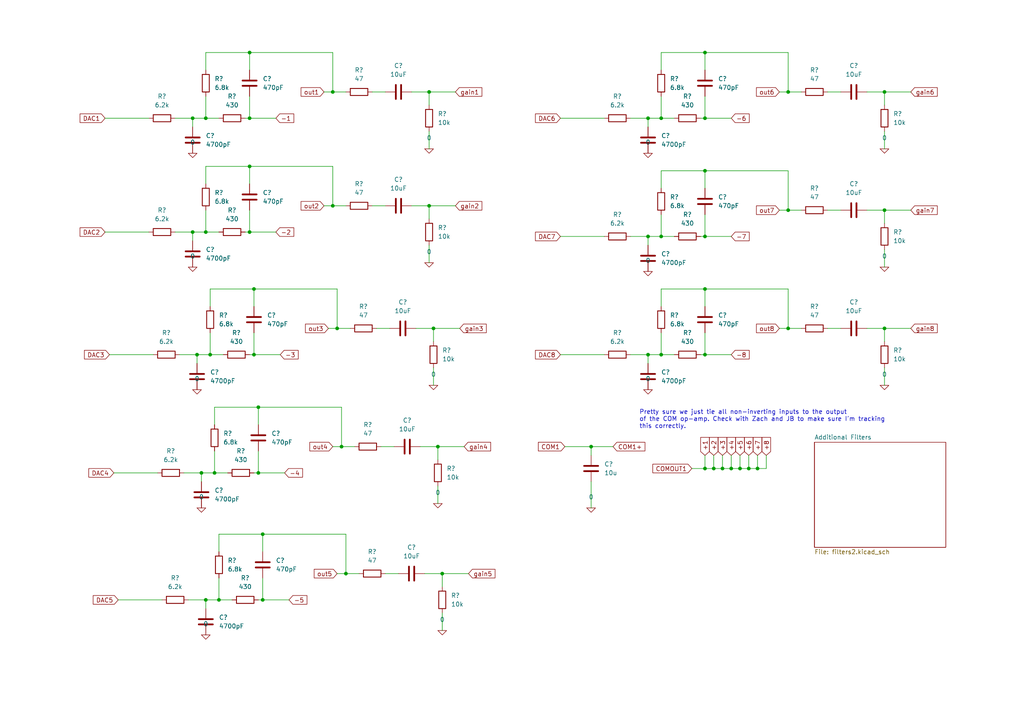
<source format=kicad_sch>
(kicad_sch (version 20211123) (generator eeschema)
  (paper "A4")
  (lib_symbols
    (symbol "Device:C" (pin_numbers hide) (pin_names (offset 0.254))
      (property "Reference" "C" (at 0.635 2.54 0))
      (property "Value" "C" (at 0.635 -2.54 0))
      (symbol "C_0_1"
        (polyline (pts (xy -2.032 -0.762) (xy 2.032 -0.762)) (stroke (width 0.508)))
        (polyline (pts (xy -2.032 0.762) (xy 2.032 0.762)) (stroke (width 0.508)))
      )
      (symbol "C_1_1"
        (pin passive line (at 0 3.81 270) (length 2.794) (name "~") (number "1"))
        (pin passive line (at 0 -3.81 90) (length 2.794) (name "~") (number "2"))
      )
    )
    (symbol "Device:R" (pin_numbers hide) (pin_names (offset 0))
      (property "Reference" "R" (at 2.032 0 90))
      (property "Value" "R" (at 0 0 90))
      (symbol "R_0_1"
        (rectangle (start -1.016 -2.54) (end 1.016 2.54) (stroke (width 0.254)))
      )
      (symbol "R_1_1"
        (pin passive line (at 0 3.81 270) (length 1.27) (name "~") (number "1"))
        (pin passive line (at 0 -3.81 90) (length 1.27) (name "~") (number "2"))
      )
    )
    (symbol "pspice:0" (power) (pin_names (offset 0))
      (property "Value" "0" (at 0 -1.778 0))
      (symbol "0_0_1"
        (polyline (pts (xy -1.27 0) (xy 0 -1.27) (xy 1.27 0) (xy -1.27 0)))
      )
      (symbol "0_1_1"
        (pin power_in line (at 0 0 0) (length 0) hide (name "0") (number "1"))
      )
    )
  )
  (junction (at 59.69 173.99))
  (junction (at 204.47 102.87))
  (junction (at 228.6 60.96))
  (junction (at 256.54 60.96))
  (junction (at 58.42 137.16))
  (junction (at 204.47 135.89))
  (junction (at 72.39 67.31))
  (junction (at 191.77 34.29))
  (junction (at 55.88 67.31))
  (junction (at 171.45 129.54))
  (junction (at 73.66 83.82))
  (junction (at 204.47 83.82))
  (junction (at 76.2 173.99))
  (junction (at 96.52 26.67))
  (junction (at 228.6 95.25))
  (junction (at 73.66 102.87))
  (junction (at 74.93 118.11))
  (junction (at 207.01 135.89))
  (junction (at 187.96 68.58))
  (junction (at 214.63 135.89))
  (junction (at 57.15 102.87))
  (junction (at 127 129.54))
  (junction (at 204.47 49.53))
  (junction (at 187.96 102.87))
  (junction (at 204.47 15.24))
  (junction (at 124.46 26.67))
  (junction (at 256.54 26.67))
  (junction (at 128.27 166.37))
  (junction (at 59.69 34.29))
  (junction (at 256.54 95.25))
  (junction (at 204.47 34.29))
  (junction (at 191.77 102.87))
  (junction (at 59.69 67.31))
  (junction (at 96.52 59.69))
  (junction (at 72.39 34.29))
  (junction (at 204.47 68.58))
  (junction (at 72.39 48.26))
  (junction (at 74.93 137.16))
  (junction (at 191.77 68.58))
  (junction (at 124.46 59.69))
  (junction (at 63.5 173.99))
  (junction (at 62.23 137.16))
  (junction (at 125.73 95.25))
  (junction (at 212.09 135.89))
  (junction (at 60.96 102.87))
  (junction (at 219.71 135.89))
  (junction (at 217.17 135.89))
  (junction (at 228.6 26.67))
  (junction (at 76.2 154.94))
  (junction (at 100.33 166.37))
  (junction (at 209.55 135.89))
  (junction (at 187.96 34.29))
  (junction (at 97.79 95.25))
  (junction (at 72.39 15.24))
  (junction (at 55.88 34.29))
  (junction (at 99.06 129.54))
  (wire (pts (xy 97.79 95.25) (xy 97.79 83.82)))
  (wire (pts (xy 55.88 67.31) (xy 55.88 69.85)))
  (wire (pts (xy 99.06 129.54) (xy 102.87 129.54)))
  (wire (pts (xy 204.47 135.89) (xy 207.01 135.89)))
  (wire (pts (xy 62.23 130.81) (xy 62.23 137.16)))
  (wire (pts (xy 228.6 26.67) (xy 232.41 26.67)))
  (wire (pts (xy 63.5 160.02) (xy 63.5 154.94)))
  (wire (pts (xy 73.66 96.52) (xy 73.66 102.87)))
  (wire (pts (xy 72.39 60.96) (xy 72.39 67.31)))
  (wire (pts (xy 191.77 96.52) (xy 191.77 102.87)))
  (wire (pts (xy 204.47 68.58) (xy 212.09 68.58)))
  (wire (pts (xy 60.96 83.82) (xy 73.66 83.82)))
  (wire (pts (xy 59.69 60.96) (xy 59.69 67.31)))
  (wire (pts (xy 59.69 173.99) (xy 59.69 176.53)))
  (wire (pts (xy 125.73 95.25) (xy 133.35 95.25)))
  (wire (pts (xy 71.12 67.31) (xy 72.39 67.31)))
  (wire (pts (xy 100.33 166.37) (xy 104.14 166.37)))
  (wire (pts (xy 73.66 83.82) (xy 73.66 88.9)))
  (wire (pts (xy 187.96 102.87) (xy 191.77 102.87)))
  (wire (pts (xy 97.79 83.82) (xy 73.66 83.82)))
  (wire (pts (xy 33.02 137.16) (xy 45.72 137.16)))
  (wire (pts (xy 55.88 34.29) (xy 55.88 36.83)))
  (wire (pts (xy 123.19 166.37) (xy 128.27 166.37)))
  (wire (pts (xy 59.69 67.31) (xy 63.5 67.31)))
  (wire (pts (xy 97.79 95.25) (xy 101.6 95.25)))
  (wire (pts (xy 55.88 34.29) (xy 59.69 34.29)))
  (wire (pts (xy 58.42 137.16) (xy 62.23 137.16)))
  (wire (pts (xy 256.54 95.25) (xy 264.16 95.25)))
  (wire (pts (xy 251.46 60.96) (xy 256.54 60.96)))
  (wire (pts (xy 60.96 88.9) (xy 60.96 83.82)))
  (wire (pts (xy 59.69 173.99) (xy 63.5 173.99)))
  (wire (pts (xy 58.42 137.16) (xy 58.42 139.7)))
  (wire (pts (xy 204.47 15.24) (xy 204.47 20.32)))
  (wire (pts (xy 251.46 26.67) (xy 256.54 26.67)))
  (wire (pts (xy 226.06 26.67) (xy 228.6 26.67)))
  (wire (pts (xy 228.6 26.67) (xy 228.6 15.24)))
  (wire (pts (xy 162.56 102.87) (xy 175.26 102.87)))
  (wire (pts (xy 256.54 95.25) (xy 256.54 99.06)))
  (wire (pts (xy 96.52 59.69) (xy 96.52 48.26)))
  (wire (pts (xy 96.52 26.67) (xy 96.52 15.24)))
  (wire (pts (xy 109.22 95.25) (xy 113.03 95.25)))
  (wire (pts (xy 256.54 38.1) (xy 256.54 43.18)))
  (wire (pts (xy 204.47 83.82) (xy 204.47 88.9)))
  (wire (pts (xy 76.2 154.94) (xy 76.2 160.02)))
  (wire (pts (xy 203.2 68.58) (xy 204.47 68.58)))
  (wire (pts (xy 240.03 26.67) (xy 243.84 26.67)))
  (wire (pts (xy 191.77 102.87) (xy 195.58 102.87)))
  (wire (pts (xy 228.6 60.96) (xy 232.41 60.96)))
  (wire (pts (xy 203.2 34.29) (xy 204.47 34.29)))
  (wire (pts (xy 60.96 96.52) (xy 60.96 102.87)))
  (wire (pts (xy 191.77 68.58) (xy 195.58 68.58)))
  (wire (pts (xy 204.47 62.23) (xy 204.47 68.58)))
  (wire (pts (xy 99.06 118.11) (xy 74.93 118.11)))
  (wire (pts (xy 228.6 15.24) (xy 204.47 15.24)))
  (wire (pts (xy 127 140.97) (xy 127 146.05)))
  (wire (pts (xy 121.92 129.54) (xy 127 129.54)))
  (wire (pts (xy 191.77 62.23) (xy 191.77 68.58)))
  (wire (pts (xy 200.66 135.89) (xy 204.47 135.89)))
  (wire (pts (xy 228.6 95.25) (xy 232.41 95.25)))
  (wire (pts (xy 62.23 137.16) (xy 66.04 137.16)))
  (wire (pts (xy 191.77 15.24) (xy 204.47 15.24)))
  (wire (pts (xy 59.69 20.32) (xy 59.69 15.24)))
  (wire (pts (xy 240.03 60.96) (xy 243.84 60.96)))
  (wire (pts (xy 214.63 135.89) (xy 217.17 135.89)))
  (wire (pts (xy 110.49 129.54) (xy 114.3 129.54)))
  (wire (pts (xy 228.6 83.82) (xy 204.47 83.82)))
  (wire (pts (xy 59.69 34.29) (xy 63.5 34.29)))
  (wire (pts (xy 72.39 67.31) (xy 80.01 67.31)))
  (wire (pts (xy 93.98 26.67) (xy 96.52 26.67)))
  (wire (pts (xy 203.2 102.87) (xy 204.47 102.87)))
  (wire (pts (xy 119.38 26.67) (xy 124.46 26.67)))
  (wire (pts (xy 124.46 38.1) (xy 124.46 43.18)))
  (wire (pts (xy 57.15 102.87) (xy 60.96 102.87)))
  (wire (pts (xy 256.54 106.68) (xy 256.54 111.76)))
  (wire (pts (xy 128.27 177.8) (xy 128.27 182.88)))
  (wire (pts (xy 163.83 129.54) (xy 171.45 129.54)))
  (wire (pts (xy 128.27 166.37) (xy 135.89 166.37)))
  (wire (pts (xy 111.76 166.37) (xy 115.57 166.37)))
  (wire (pts (xy 100.33 154.94) (xy 76.2 154.94)))
  (wire (pts (xy 96.52 15.24) (xy 72.39 15.24)))
  (wire (pts (xy 97.79 166.37) (xy 100.33 166.37)))
  (wire (pts (xy 162.56 68.58) (xy 175.26 68.58)))
  (wire (pts (xy 72.39 27.94) (xy 72.39 34.29)))
  (wire (pts (xy 107.95 26.67) (xy 111.76 26.67)))
  (wire (pts (xy 71.12 34.29) (xy 72.39 34.29)))
  (wire (pts (xy 125.73 106.68) (xy 125.73 111.76)))
  (wire (pts (xy 191.77 83.82) (xy 204.47 83.82)))
  (wire (pts (xy 96.52 129.54) (xy 99.06 129.54)))
  (wire (pts (xy 226.06 95.25) (xy 228.6 95.25)))
  (wire (pts (xy 59.69 15.24) (xy 72.39 15.24)))
  (wire (pts (xy 171.45 132.08) (xy 171.45 129.54)))
  (wire (pts (xy 256.54 72.39) (xy 256.54 77.47)))
  (wire (pts (xy 34.29 173.99) (xy 46.99 173.99)))
  (wire (pts (xy 204.47 49.53) (xy 204.47 54.61)))
  (wire (pts (xy 60.96 102.87) (xy 64.77 102.87)))
  (wire (pts (xy 204.47 132.08) (xy 204.47 135.89)))
  (wire (pts (xy 191.77 54.61) (xy 191.77 49.53)))
  (wire (pts (xy 171.45 129.54) (xy 177.8 129.54)))
  (wire (pts (xy 204.47 34.29) (xy 212.09 34.29)))
  (wire (pts (xy 214.63 132.08) (xy 214.63 135.89)))
  (wire (pts (xy 54.61 173.99) (xy 59.69 173.99)))
  (wire (pts (xy 124.46 26.67) (xy 132.08 26.67)))
  (wire (pts (xy 76.2 167.64) (xy 76.2 173.99)))
  (wire (pts (xy 187.96 102.87) (xy 187.96 105.41)))
  (wire (pts (xy 191.77 27.94) (xy 191.77 34.29)))
  (wire (pts (xy 187.96 68.58) (xy 187.96 71.12)))
  (wire (pts (xy 57.15 102.87) (xy 57.15 105.41)))
  (wire (pts (xy 219.71 132.08) (xy 219.71 135.89)))
  (wire (pts (xy 204.47 27.94) (xy 204.47 34.29)))
  (wire (pts (xy 72.39 102.87) (xy 73.66 102.87)))
  (wire (pts (xy 226.06 60.96) (xy 228.6 60.96)))
  (wire (pts (xy 73.66 137.16) (xy 74.93 137.16)))
  (wire (pts (xy 222.25 135.89) (xy 222.25 132.08)))
  (wire (pts (xy 209.55 135.89) (xy 212.09 135.89)))
  (wire (pts (xy 240.03 95.25) (xy 243.84 95.25)))
  (wire (pts (xy 162.56 34.29) (xy 175.26 34.29)))
  (wire (pts (xy 127 129.54) (xy 134.62 129.54)))
  (wire (pts (xy 212.09 135.89) (xy 214.63 135.89)))
  (wire (pts (xy 73.66 102.87) (xy 81.28 102.87)))
  (wire (pts (xy 217.17 135.89) (xy 219.71 135.89)))
  (wire (pts (xy 59.69 48.26) (xy 72.39 48.26)))
  (wire (pts (xy 187.96 34.29) (xy 187.96 36.83)))
  (wire (pts (xy 182.88 102.87) (xy 187.96 102.87)))
  (wire (pts (xy 251.46 95.25) (xy 256.54 95.25)))
  (wire (pts (xy 187.96 34.29) (xy 191.77 34.29)))
  (wire (pts (xy 74.93 130.81) (xy 74.93 137.16)))
  (wire (pts (xy 53.34 137.16) (xy 58.42 137.16)))
  (wire (pts (xy 96.52 59.69) (xy 100.33 59.69)))
  (wire (pts (xy 72.39 34.29) (xy 80.01 34.29)))
  (wire (pts (xy 125.73 95.25) (xy 125.73 99.06)))
  (wire (pts (xy 55.88 67.31) (xy 59.69 67.31)))
  (wire (pts (xy 74.93 137.16) (xy 82.55 137.16)))
  (wire (pts (xy 204.47 96.52) (xy 204.47 102.87)))
  (wire (pts (xy 59.69 27.94) (xy 59.69 34.29)))
  (wire (pts (xy 219.71 135.89) (xy 222.25 135.89)))
  (wire (pts (xy 72.39 15.24) (xy 72.39 20.32)))
  (wire (pts (xy 228.6 60.96) (xy 228.6 49.53)))
  (wire (pts (xy 63.5 154.94) (xy 76.2 154.94)))
  (wire (pts (xy 212.09 132.08) (xy 212.09 135.89)))
  (wire (pts (xy 31.75 102.87) (xy 44.45 102.87)))
  (wire (pts (xy 63.5 167.64) (xy 63.5 173.99)))
  (wire (pts (xy 187.96 68.58) (xy 191.77 68.58)))
  (wire (pts (xy 191.77 20.32) (xy 191.77 15.24)))
  (wire (pts (xy 128.27 166.37) (xy 128.27 170.18)))
  (wire (pts (xy 228.6 49.53) (xy 204.47 49.53)))
  (wire (pts (xy 99.06 129.54) (xy 99.06 118.11)))
  (wire (pts (xy 191.77 34.29) (xy 195.58 34.29)))
  (wire (pts (xy 256.54 26.67) (xy 256.54 30.48)))
  (wire (pts (xy 30.48 67.31) (xy 43.18 67.31)))
  (wire (pts (xy 63.5 173.99) (xy 67.31 173.99)))
  (wire (pts (xy 59.69 53.34) (xy 59.69 48.26)))
  (wire (pts (xy 209.55 132.08) (xy 209.55 135.89)))
  (wire (pts (xy 171.45 139.7) (xy 171.45 147.32)))
  (wire (pts (xy 256.54 26.67) (xy 264.16 26.67)))
  (wire (pts (xy 96.52 26.67) (xy 100.33 26.67)))
  (wire (pts (xy 182.88 34.29) (xy 187.96 34.29)))
  (wire (pts (xy 124.46 71.12) (xy 124.46 76.2)))
  (wire (pts (xy 207.01 135.89) (xy 209.55 135.89)))
  (wire (pts (xy 124.46 59.69) (xy 132.08 59.69)))
  (wire (pts (xy 52.07 102.87) (xy 57.15 102.87)))
  (wire (pts (xy 95.25 95.25) (xy 97.79 95.25)))
  (wire (pts (xy 124.46 59.69) (xy 124.46 63.5)))
  (wire (pts (xy 93.98 59.69) (xy 96.52 59.69)))
  (wire (pts (xy 191.77 88.9) (xy 191.77 83.82)))
  (wire (pts (xy 62.23 118.11) (xy 74.93 118.11)))
  (wire (pts (xy 119.38 59.69) (xy 124.46 59.69)))
  (wire (pts (xy 50.8 34.29) (xy 55.88 34.29)))
  (wire (pts (xy 50.8 67.31) (xy 55.88 67.31)))
  (wire (pts (xy 120.65 95.25) (xy 125.73 95.25)))
  (wire (pts (xy 107.95 59.69) (xy 111.76 59.69)))
  (wire (pts (xy 124.46 26.67) (xy 124.46 30.48)))
  (wire (pts (xy 62.23 123.19) (xy 62.23 118.11)))
  (wire (pts (xy 191.77 49.53) (xy 204.47 49.53)))
  (wire (pts (xy 30.48 34.29) (xy 43.18 34.29)))
  (wire (pts (xy 182.88 68.58) (xy 187.96 68.58)))
  (wire (pts (xy 204.47 102.87) (xy 212.09 102.87)))
  (wire (pts (xy 228.6 95.25) (xy 228.6 83.82)))
  (wire (pts (xy 256.54 60.96) (xy 256.54 64.77)))
  (wire (pts (xy 217.17 132.08) (xy 217.17 135.89)))
  (wire (pts (xy 76.2 173.99) (xy 83.82 173.99)))
  (wire (pts (xy 207.01 132.08) (xy 207.01 135.89)))
  (wire (pts (xy 72.39 48.26) (xy 72.39 53.34)))
  (wire (pts (xy 256.54 60.96) (xy 264.16 60.96)))
  (wire (pts (xy 74.93 118.11) (xy 74.93 123.19)))
  (wire (pts (xy 74.93 173.99) (xy 76.2 173.99)))
  (wire (pts (xy 127 129.54) (xy 127 133.35)))
  (wire (pts (xy 100.33 166.37) (xy 100.33 154.94)))
  (wire (pts (xy 96.52 48.26) (xy 72.39 48.26)))
  (text "Pretty sure we just tie all non-inverting inputs to the output\nof the COM op-amp. Check with Zach and JB to make sure I'm tracking \nthis correctly. " (at 185.42 124.46 0) (effects (font (size 1.27 1.27)) (justify left bottom)))
  (global_label "gain4" (shape input) (at 134.62 129.54 0) (property "Intersheet References" "${INTERSHEET_REFS}" (effects hide)))
  (global_label "out4" (shape input) (at 96.52 129.54 180) (property "Intersheet References" "${INTERSHEET_REFS}" (effects hide)))
  (global_label "gain7" (shape input) (at 264.16 60.96 0) (property "Intersheet References" "${INTERSHEET_REFS}" (effects hide)))
  (global_label "+1" (shape input) (at 204.47 132.08 90) (property "Intersheet References" "${INTERSHEET_REFS}" (effects hide)))
  (global_label "-5" (shape input) (at 83.82 173.99 0) (property "Intersheet References" "${INTERSHEET_REFS}" (effects hide)))
  (global_label "out1" (shape input) (at 93.98 26.67 180) (property "Intersheet References" "${INTERSHEET_REFS}" (effects hide)))
  (global_label "DAC6" (shape input) (at 162.56 34.29 180) (property "Intersheet References" "${INTERSHEET_REFS}" (effects hide)))
  (global_label "DAC1" (shape input) (at 30.48 34.29 180) (property "Intersheet References" "${INTERSHEET_REFS}" (effects hide)))
  (global_label "gain5" (shape input) (at 135.89 166.37 0) (property "Intersheet References" "${INTERSHEET_REFS}" (effects hide)))
  (global_label "gain2" (shape input) (at 132.08 59.69 0) (property "Intersheet References" "${INTERSHEET_REFS}" (effects hide)))
  (global_label "DAC8" (shape input) (at 162.56 102.87 180) (property "Intersheet References" "${INTERSHEET_REFS}" (effects hide)))
  (global_label "gain6" (shape input) (at 264.16 26.67 0) (property "Intersheet References" "${INTERSHEET_REFS}" (effects hide)))
  (global_label "-7" (shape input) (at 212.09 68.58 0) (property "Intersheet References" "${INTERSHEET_REFS}" (effects hide)))
  (global_label "-1" (shape input) (at 80.01 34.29 0) (property "Intersheet References" "${INTERSHEET_REFS}" (effects hide)))
  (global_label "-6" (shape input) (at 212.09 34.29 0) (property "Intersheet References" "${INTERSHEET_REFS}" (effects hide)))
  (global_label "-4" (shape input) (at 82.55 137.16 0) (property "Intersheet References" "${INTERSHEET_REFS}" (effects hide)))
  (global_label "+3" (shape input) (at 209.55 132.08 90) (property "Intersheet References" "${INTERSHEET_REFS}" (effects hide)))
  (global_label "+7" (shape input) (at 219.71 132.08 90) (property "Intersheet References" "${INTERSHEET_REFS}" (effects hide)))
  (global_label "gain3" (shape input) (at 133.35 95.25 0) (property "Intersheet References" "${INTERSHEET_REFS}" (effects hide)))
  (global_label "+6" (shape input) (at 217.17 132.08 90) (property "Intersheet References" "${INTERSHEET_REFS}" (effects hide)))
  (global_label "gain1" (shape input) (at 132.08 26.67 0) (property "Intersheet References" "${INTERSHEET_REFS}" (effects hide)))
  (global_label "DAC7" (shape input) (at 162.56 68.58 180) (property "Intersheet References" "${INTERSHEET_REFS}" (effects hide)))
  (global_label "out5" (shape input) (at 97.79 166.37 180) (property "Intersheet References" "${INTERSHEET_REFS}" (effects hide)))
  (global_label "+2" (shape input) (at 207.01 132.08 90) (property "Intersheet References" "${INTERSHEET_REFS}" (effects hide)))
  (global_label "out3" (shape input) (at 95.25 95.25 180) (property "Intersheet References" "${INTERSHEET_REFS}" (effects hide)))
  (global_label "-3" (shape input) (at 81.28 102.87 0) (property "Intersheet References" "${INTERSHEET_REFS}" (effects hide)))
  (global_label "DAC2" (shape input) (at 30.48 67.31 180) (property "Intersheet References" "${INTERSHEET_REFS}" (effects hide)))
  (global_label "COM1+" (shape input) (at 177.8 129.54 0) (property "Intersheet References" "${INTERSHEET_REFS}" (effects hide)))
  (global_label "+5" (shape input) (at 214.63 132.08 90) (property "Intersheet References" "${INTERSHEET_REFS}" (effects hide)))
  (global_label "COMOUT1" (shape input) (at 200.66 135.89 180) (property "Intersheet References" "${INTERSHEET_REFS}" (effects hide)))
  (global_label "+4" (shape input) (at 212.09 132.08 90) (property "Intersheet References" "${INTERSHEET_REFS}" (effects hide)))
  (global_label "out8" (shape input) (at 226.06 95.25 180) (property "Intersheet References" "${INTERSHEET_REFS}" (effects hide)))
  (global_label "out2" (shape input) (at 93.98 59.69 180) (property "Intersheet References" "${INTERSHEET_REFS}" (effects hide)))
  (global_label "-8" (shape input) (at 212.09 102.87 0) (property "Intersheet References" "${INTERSHEET_REFS}" (effects hide)))
  (global_label "COM1" (shape input) (at 163.83 129.54 180) (property "Intersheet References" "${INTERSHEET_REFS}" (effects hide)))
  (global_label "DAC4" (shape input) (at 33.02 137.16 180) (property "Intersheet References" "${INTERSHEET_REFS}" (effects hide)))
  (global_label "-2" (shape input) (at 80.01 67.31 0) (property "Intersheet References" "${INTERSHEET_REFS}" (effects hide)))
  (global_label "gain8" (shape input) (at 264.16 95.25 0) (property "Intersheet References" "${INTERSHEET_REFS}" (effects hide)))
  (global_label "out6" (shape input) (at 226.06 26.67 180) (property "Intersheet References" "${INTERSHEET_REFS}" (effects hide)))
  (global_label "+8" (shape input) (at 222.25 132.08 90) (property "Intersheet References" "${INTERSHEET_REFS}" (effects hide)))
  (global_label "DAC3" (shape input) (at 31.75 102.87 180) (property "Intersheet References" "${INTERSHEET_REFS}" (effects hide)))
  (global_label "DAC5" (shape input) (at 34.29 173.99 180) (property "Intersheet References" "${INTERSHEET_REFS}" (effects hide)))
  (global_label "out7" (shape input) (at 226.06 60.96 180) (property "Intersheet References" "${INTERSHEET_REFS}" (effects hide)))
  (symbol (lib_id "Device:C") (at 171.45 135.89 180) (unit 1)
    (property "Reference" "C?" (at 175.26 134.6199 0) (effects (justify right)))
    (property "Value" "10u" (at 175.26 137.1599 0) (effects (justify right)))
    (property "Footprint" "Capacitor_SMD:C_1812_4532Metric_Pad1.57x3.40mm_HandSolder" (effects hide))
    (property "Spice_Primitive" "C" (effects hide))
    (property "Spice_Model" "10u" (effects hide))
    (property "Spice_Netlist_Enabled" "Y" (effects hide))
  )
  (symbol (lib_id "pspice:0") (at 125.73 111.76 0) (unit 1)
    (property "Reference" "#GND0111" (effects hide))
    (property "Value" "0" (at 125.73 108.585 0))
  )
  (symbol (lib_id "Device:R") (at 106.68 129.54 90) (unit 1)
    (property "Reference" "R?" (at 106.68 123.19 90))
    (property "Value" "47" (at 106.68 125.73 90))
    (property "Footprint" "Resistor_SMD:R_0603_1608Metric_Pad0.98x0.95mm_HandSolder" (effects hide))
    (property "Spice_Primitive" "R" (effects hide))
    (property "Spice_Model" "47" (effects hide))
    (property "Spice_Netlist_Enabled" "Y" (effects hide))
  )
  (symbol (lib_id "Device:R") (at 125.73 102.87 180) (unit 1)
    (property "Reference" "R?" (at 128.27 101.5999 0) (effects (justify right)))
    (property "Value" "10k" (at 128.27 104.1399 0) (effects (justify right)))
    (property "Footprint" "Resistor_SMD:R_0603_1608Metric_Pad0.98x0.95mm_HandSolder" (effects hide))
  )
  (symbol (lib_id "pspice:0") (at 187.96 78.74 0) (unit 1)
    (property "Reference" "#GND0118" (effects hide))
    (property "Value" "0" (at 187.96 75.565 0))
  )
  (symbol (lib_id "Device:C") (at 72.39 24.13 0) (unit 1)
    (property "Reference" "C?" (at 76.2 22.8599 0) (effects (justify left)))
    (property "Value" "470pF" (at 76.2 25.3999 0) (effects (justify left)))
    (property "Footprint" "Capacitor_SMD:C_1812_4532Metric_Pad1.57x3.40mm_HandSolder" (effects hide))
    (property "Spice_Primitive" "C" (effects hide))
    (property "Spice_Model" "470p" (effects hide))
    (property "Spice_Netlist_Enabled" "Y" (effects hide))
  )
  (symbol (lib_id "Device:C") (at 76.2 163.83 0) (unit 1)
    (property "Reference" "C?" (at 80.01 162.5599 0) (effects (justify left)))
    (property "Value" "470pF" (at 80.01 165.0999 0) (effects (justify left)))
    (property "Footprint" "Capacitor_SMD:C_1812_4532Metric_Pad1.57x3.40mm_HandSolder" (effects hide))
    (property "Spice_Primitive" "C" (effects hide))
    (property "Spice_Model" "470p" (effects hide))
    (property "Spice_Netlist_Enabled" "Y" (effects hide))
  )
  (symbol (lib_id "Device:C") (at 119.38 166.37 90) (unit 1)
    (property "Reference" "C?" (at 119.38 158.75 90))
    (property "Value" "10uF" (at 119.38 161.29 90))
    (property "Footprint" "Capacitor_SMD:C_1812_4532Metric_Pad1.57x3.40mm_HandSolder" (effects hide))
    (property "Spice_Primitive" "C" (effects hide))
    (property "Spice_Model" "10u" (effects hide))
    (property "Spice_Netlist_Enabled" "Y" (effects hide))
  )
  (symbol (lib_id "Device:R") (at 191.77 92.71 180) (unit 1)
    (property "Reference" "R?" (at 194.31 91.4399 0) (effects (justify right)))
    (property "Value" "6.8k" (at 194.31 93.9799 0) (effects (justify right)))
    (property "Footprint" "Resistor_SMD:R_0603_1608Metric_Pad0.98x0.95mm_HandSolder" (effects hide))
    (property "Spice_Primitive" "R" (effects hide))
    (property "Spice_Model" "6.8k" (effects hide))
    (property "Spice_Netlist_Enabled" "Y" (effects hide))
  )
  (symbol (lib_id "Device:R") (at 46.99 67.31 90) (unit 1)
    (property "Reference" "R?" (at 46.99 60.96 90))
    (property "Value" "6.2k" (at 46.99 63.5 90))
    (property "Footprint" "Resistor_SMD:R_0603_1608Metric_Pad0.98x0.95mm_HandSolder" (effects hide))
    (property "Spice_Primitive" "R" (effects hide))
    (property "Spice_Model" "6.2k" (effects hide))
    (property "Spice_Netlist_Enabled" "Y" (effects hide))
  )
  (symbol (lib_id "Device:C") (at 57.15 109.22 0) (unit 1)
    (property "Reference" "C?" (at 60.96 107.9499 0) (effects (justify left)))
    (property "Value" "4700pF" (at 60.96 110.4899 0) (effects (justify left)))
    (property "Footprint" "Capacitor_SMD:C_1812_4532Metric_Pad1.57x3.40mm_HandSolder" (effects hide))
    (property "Spice_Primitive" "C" (effects hide))
    (property "Spice_Model" "4700p" (effects hide))
    (property "Spice_Netlist_Enabled" "Y" (effects hide))
  )
  (symbol (lib_id "Device:R") (at 124.46 67.31 180) (unit 1)
    (property "Reference" "R?" (at 127 66.0399 0) (effects (justify right)))
    (property "Value" "10k" (at 127 68.5799 0) (effects (justify right)))
    (property "Footprint" "Resistor_SMD:R_0603_1608Metric_Pad0.98x0.95mm_HandSolder" (effects hide))
  )
  (symbol (lib_id "Device:C") (at 204.47 24.13 0) (unit 1)
    (property "Reference" "C?" (at 208.28 22.8599 0) (effects (justify left)))
    (property "Value" "470pF" (at 208.28 25.3999 0) (effects (justify left)))
    (property "Footprint" "Capacitor_SMD:C_1812_4532Metric_Pad1.57x3.40mm_HandSolder" (effects hide))
    (property "Spice_Primitive" "C" (effects hide))
    (property "Spice_Model" "470p" (effects hide))
    (property "Spice_Netlist_Enabled" "Y" (effects hide))
  )
  (symbol (lib_id "Device:R") (at 67.31 34.29 90) (unit 1)
    (property "Reference" "R?" (at 67.31 27.94 90))
    (property "Value" "430" (at 67.31 30.48 90))
    (property "Footprint" "Resistor_SMD:R_0603_1608Metric_Pad0.98x0.95mm_HandSolder" (effects hide))
    (property "Spice_Primitive" "R" (effects hide))
    (property "Spice_Model" "430" (effects hide))
    (property "Spice_Netlist_Enabled" "Y" (effects hide))
  )
  (symbol (lib_id "Device:R") (at 68.58 102.87 90) (unit 1)
    (property "Reference" "R?" (at 68.58 96.52 90))
    (property "Value" "430" (at 68.58 99.06 90))
    (property "Footprint" "Resistor_SMD:R_0603_1608Metric_Pad0.98x0.95mm_HandSolder" (effects hide))
    (property "Spice_Primitive" "R" (effects hide))
    (property "Spice_Model" "430" (effects hide))
    (property "Spice_Netlist_Enabled" "Y" (effects hide))
  )
  (symbol (lib_id "Device:R") (at 199.39 102.87 90) (unit 1)
    (property "Reference" "R?" (at 199.39 96.52 90))
    (property "Value" "430" (at 199.39 99.06 90))
    (property "Footprint" "Resistor_SMD:R_0603_1608Metric_Pad0.98x0.95mm_HandSolder" (effects hide))
    (property "Spice_Primitive" "R" (effects hide))
    (property "Spice_Model" "430" (effects hide))
    (property "Spice_Netlist_Enabled" "Y" (effects hide))
  )
  (symbol (lib_id "Device:R") (at 236.22 26.67 90) (unit 1)
    (property "Reference" "R?" (at 236.22 20.32 90))
    (property "Value" "47" (at 236.22 22.86 90))
    (property "Footprint" "Resistor_SMD:R_0603_1608Metric_Pad0.98x0.95mm_HandSolder" (effects hide))
    (property "Spice_Primitive" "R" (effects hide))
    (property "Spice_Model" "47" (effects hide))
    (property "Spice_Netlist_Enabled" "Y" (effects hide))
  )
  (symbol (lib_id "Device:R") (at 69.85 137.16 90) (unit 1)
    (property "Reference" "R?" (at 69.85 130.81 90))
    (property "Value" "430" (at 69.85 133.35 90))
    (property "Footprint" "Resistor_SMD:R_0603_1608Metric_Pad0.98x0.95mm_HandSolder" (effects hide))
    (property "Spice_Primitive" "R" (effects hide))
    (property "Spice_Model" "430" (effects hide))
    (property "Spice_Netlist_Enabled" "Y" (effects hide))
  )
  (symbol (lib_id "Device:R") (at 67.31 67.31 90) (unit 1)
    (property "Reference" "R?" (at 67.31 60.96 90))
    (property "Value" "430" (at 67.31 63.5 90))
    (property "Footprint" "Resistor_SMD:R_0603_1608Metric_Pad0.98x0.95mm_HandSolder" (effects hide))
    (property "Spice_Primitive" "R" (effects hide))
    (property "Spice_Model" "430" (effects hide))
    (property "Spice_Netlist_Enabled" "Y" (effects hide))
  )
  (symbol (lib_id "Device:R") (at 124.46 34.29 180) (unit 1)
    (property "Reference" "R?" (at 127 33.0199 0) (effects (justify right)))
    (property "Value" "10k" (at 127 35.5599 0) (effects (justify right)))
    (property "Footprint" "Resistor_SMD:R_0603_1608Metric_Pad0.98x0.95mm_HandSolder" (effects hide))
  )
  (symbol (lib_id "Device:R") (at 60.96 92.71 180) (unit 1)
    (property "Reference" "R?" (at 63.5 91.4399 0) (effects (justify right)))
    (property "Value" "6.8k" (at 63.5 93.9799 0) (effects (justify right)))
    (property "Footprint" "Resistor_SMD:R_0603_1608Metric_Pad0.98x0.95mm_HandSolder" (effects hide))
    (property "Spice_Primitive" "R" (effects hide))
    (property "Spice_Model" "6.8k" (effects hide))
    (property "Spice_Netlist_Enabled" "Y" (effects hide))
  )
  (symbol (lib_id "Device:C") (at 187.96 74.93 0) (unit 1)
    (property "Reference" "C?" (at 191.77 73.6599 0) (effects (justify left)))
    (property "Value" "4700pF" (at 191.77 76.1999 0) (effects (justify left)))
    (property "Footprint" "Capacitor_SMD:C_1812_4532Metric_Pad1.57x3.40mm_HandSolder" (effects hide))
    (property "Spice_Primitive" "C" (effects hide))
    (property "Spice_Model" "4700p" (effects hide))
    (property "Spice_Netlist_Enabled" "Y" (effects hide))
  )
  (symbol (lib_id "pspice:0") (at 256.54 77.47 0) (unit 1)
    (property "Reference" "#GND0120" (effects hide))
    (property "Value" "0" (at 256.54 74.295 0))
  )
  (symbol (lib_id "Device:R") (at 107.95 166.37 90) (unit 1)
    (property "Reference" "R?" (at 107.95 160.02 90))
    (property "Value" "47" (at 107.95 162.56 90))
    (property "Footprint" "Resistor_SMD:R_0603_1608Metric_Pad0.98x0.95mm_HandSolder" (effects hide))
    (property "Spice_Primitive" "R" (effects hide))
    (property "Spice_Model" "47" (effects hide))
    (property "Spice_Netlist_Enabled" "Y" (effects hide))
  )
  (symbol (lib_id "pspice:0") (at 55.88 77.47 0) (unit 1)
    (property "Reference" "#GND0114" (effects hide))
    (property "Value" "0" (at 55.88 74.295 0))
  )
  (symbol (lib_id "pspice:0") (at 124.46 76.2 0) (unit 1)
    (property "Reference" "#GND0106" (effects hide))
    (property "Value" "0" (at 124.46 73.025 0))
  )
  (symbol (lib_id "Device:R") (at 63.5 163.83 180) (unit 1)
    (property "Reference" "R?" (at 66.04 162.5599 0) (effects (justify right)))
    (property "Value" "6.8k" (at 66.04 165.0999 0) (effects (justify right)))
    (property "Footprint" "Resistor_SMD:R_0603_1608Metric_Pad0.98x0.95mm_HandSolder" (effects hide))
    (property "Spice_Primitive" "R" (effects hide))
    (property "Spice_Model" "6.8k" (effects hide))
    (property "Spice_Netlist_Enabled" "Y" (effects hide))
  )
  (symbol (lib_id "Device:R") (at 59.69 57.15 180) (unit 1)
    (property "Reference" "R?" (at 62.23 55.8799 0) (effects (justify right)))
    (property "Value" "6.8k" (at 62.23 58.4199 0) (effects (justify right)))
    (property "Footprint" "Resistor_SMD:R_0603_1608Metric_Pad0.98x0.95mm_HandSolder" (effects hide))
    (property "Spice_Primitive" "R" (effects hide))
    (property "Spice_Model" "6.8k" (effects hide))
    (property "Spice_Netlist_Enabled" "Y" (effects hide))
  )
  (symbol (lib_id "Device:C") (at 204.47 58.42 0) (unit 1)
    (property "Reference" "C?" (at 208.28 57.1499 0) (effects (justify left)))
    (property "Value" "470pF" (at 208.28 59.6899 0) (effects (justify left)))
    (property "Footprint" "Capacitor_SMD:C_1812_4532Metric_Pad1.57x3.40mm_HandSolder" (effects hide))
    (property "Spice_Primitive" "C" (effects hide))
    (property "Spice_Model" "470p" (effects hide))
    (property "Spice_Netlist_Enabled" "Y" (effects hide))
  )
  (symbol (lib_id "Device:C") (at 55.88 40.64 0) (unit 1)
    (property "Reference" "C?" (at 59.69 39.3699 0) (effects (justify left)))
    (property "Value" "4700pF" (at 59.69 41.9099 0) (effects (justify left)))
    (property "Footprint" "Capacitor_SMD:C_1812_4532Metric_Pad1.57x3.40mm_HandSolder" (effects hide))
    (property "Spice_Primitive" "C" (effects hide))
    (property "Spice_Model" "4700p" (effects hide))
    (property "Spice_Netlist_Enabled" "Y" (effects hide))
  )
  (symbol (lib_id "Device:R") (at 236.22 95.25 90) (unit 1)
    (property "Reference" "R?" (at 236.22 88.9 90))
    (property "Value" "47" (at 236.22 91.44 90))
    (property "Footprint" "Resistor_SMD:R_0603_1608Metric_Pad0.98x0.95mm_HandSolder" (effects hide))
    (property "Spice_Primitive" "R" (effects hide))
    (property "Spice_Model" "47" (effects hide))
    (property "Spice_Netlist_Enabled" "Y" (effects hide))
  )
  (symbol (lib_id "pspice:0") (at 187.96 113.03 0) (unit 1)
    (property "Reference" "#GND0117" (effects hide))
    (property "Value" "0" (at 187.96 109.855 0))
  )
  (symbol (lib_id "Device:C") (at 72.39 57.15 0) (unit 1)
    (property "Reference" "C?" (at 76.2 55.8799 0) (effects (justify left)))
    (property "Value" "470pF" (at 76.2 58.4199 0) (effects (justify left)))
    (property "Footprint" "Capacitor_SMD:C_1812_4532Metric_Pad1.57x3.40mm_HandSolder" (effects hide))
    (property "Spice_Primitive" "C" (effects hide))
    (property "Spice_Model" "470p" (effects hide))
    (property "Spice_Netlist_Enabled" "Y" (effects hide))
  )
  (symbol (lib_id "Device:R") (at 105.41 95.25 90) (unit 1)
    (property "Reference" "R?" (at 105.41 88.9 90))
    (property "Value" "47" (at 105.41 91.44 90))
    (property "Footprint" "Resistor_SMD:R_0603_1608Metric_Pad0.98x0.95mm_HandSolder" (effects hide))
    (property "Spice_Primitive" "R" (effects hide))
    (property "Spice_Model" "47" (effects hide))
    (property "Spice_Netlist_Enabled" "Y" (effects hide))
  )
  (symbol (lib_id "pspice:0") (at 59.69 184.15 0) (unit 1)
    (property "Reference" "#GND0113" (effects hide))
    (property "Value" "0" (at 59.69 180.975 0))
  )
  (symbol (lib_id "pspice:0") (at 128.27 182.88 0) (unit 1)
    (property "Reference" "#GND0110" (effects hide))
    (property "Value" "0" (at 128.27 179.705 0))
  )
  (symbol (lib_id "Device:C") (at 73.66 92.71 0) (unit 1)
    (property "Reference" "C?" (at 77.47 91.4399 0) (effects (justify left)))
    (property "Value" "470pF" (at 77.47 93.9799 0) (effects (justify left)))
    (property "Footprint" "Capacitor_SMD:C_1812_4532Metric_Pad1.57x3.40mm_HandSolder" (effects hide))
    (property "Spice_Primitive" "C" (effects hide))
    (property "Spice_Model" "470p" (effects hide))
    (property "Spice_Netlist_Enabled" "Y" (effects hide))
  )
  (symbol (lib_id "pspice:0") (at 124.46 43.18 0) (unit 1)
    (property "Reference" "#GND0105" (effects hide))
    (property "Value" "0" (at 124.46 40.005 0))
  )
  (symbol (lib_id "Device:R") (at 127 137.16 180) (unit 1)
    (property "Reference" "R?" (at 129.54 135.8899 0) (effects (justify right)))
    (property "Value" "10k" (at 129.54 138.4299 0) (effects (justify right)))
    (property "Footprint" "Resistor_SMD:R_0603_1608Metric_Pad0.98x0.95mm_HandSolder" (effects hide))
  )
  (symbol (lib_id "Device:C") (at 247.65 95.25 90) (unit 1)
    (property "Reference" "C?" (at 247.65 87.63 90))
    (property "Value" "10uF" (at 247.65 90.17 90))
    (property "Footprint" "Capacitor_SMD:C_1812_4532Metric_Pad1.57x3.40mm_HandSolder" (effects hide))
    (property "Spice_Primitive" "C" (effects hide))
    (property "Spice_Model" "10u" (effects hide))
    (property "Spice_Netlist_Enabled" "Y" (effects hide))
  )
  (symbol (lib_id "Device:C") (at 74.93 127 0) (unit 1)
    (property "Reference" "C?" (at 78.74 125.7299 0) (effects (justify left)))
    (property "Value" "470pF" (at 78.74 128.2699 0) (effects (justify left)))
    (property "Footprint" "Capacitor_SMD:C_1812_4532Metric_Pad1.57x3.40mm_HandSolder" (effects hide))
    (property "Spice_Primitive" "C" (effects hide))
    (property "Spice_Model" "470p" (effects hide))
    (property "Spice_Netlist_Enabled" "Y" (effects hide))
  )
  (symbol (lib_id "pspice:0") (at 187.96 44.45 0) (unit 1)
    (property "Reference" "#GND0116" (effects hide))
    (property "Value" "0" (at 187.96 41.275 0))
  )
  (symbol (lib_id "Device:R") (at 256.54 102.87 180) (unit 1)
    (property "Reference" "R?" (at 259.08 101.5999 0) (effects (justify right)))
    (property "Value" "10k" (at 259.08 104.1399 0) (effects (justify right)))
    (property "Footprint" "Resistor_SMD:R_0603_1608Metric_Pad0.98x0.95mm_HandSolder" (effects hide))
  )
  (symbol (lib_id "Device:C") (at 115.57 59.69 90) (unit 1)
    (property "Reference" "C?" (at 115.57 52.07 90))
    (property "Value" "10uF" (at 115.57 54.61 90))
    (property "Footprint" "Capacitor_SMD:C_1812_4532Metric_Pad1.57x3.40mm_HandSolder" (effects hide))
    (property "Spice_Primitive" "C" (effects hide))
    (property "Spice_Model" "10u" (effects hide))
    (property "Spice_Netlist_Enabled" "Y" (effects hide))
  )
  (symbol (lib_id "Device:C") (at 118.11 129.54 90) (unit 1)
    (property "Reference" "C?" (at 118.11 121.92 90))
    (property "Value" "10uF" (at 118.11 124.46 90))
    (property "Footprint" "Capacitor_SMD:C_1812_4532Metric_Pad1.57x3.40mm_HandSolder" (effects hide))
    (property "Spice_Primitive" "C" (effects hide))
    (property "Spice_Model" "10u" (effects hide))
    (property "Spice_Netlist_Enabled" "Y" (effects hide))
  )
  (symbol (lib_id "Device:C") (at 59.69 180.34 0) (unit 1)
    (property "Reference" "C?" (at 63.5 179.0699 0) (effects (justify left)))
    (property "Value" "4700pF" (at 63.5 181.6099 0) (effects (justify left)))
    (property "Footprint" "Capacitor_SMD:C_1812_4532Metric_Pad1.57x3.40mm_HandSolder" (effects hide))
    (property "Spice_Primitive" "C" (effects hide))
    (property "Spice_Model" "4700p" (effects hide))
    (property "Spice_Netlist_Enabled" "Y" (effects hide))
  )
  (symbol (lib_id "Device:R") (at 46.99 34.29 90) (unit 1)
    (property "Reference" "R?" (at 46.99 27.94 90))
    (property "Value" "6.2k" (at 46.99 30.48 90))
    (property "Footprint" "Resistor_SMD:R_0603_1608Metric_Pad0.98x0.95mm_HandSolder" (effects hide))
    (property "Spice_Primitive" "R" (effects hide))
    (property "Spice_Model" "6.2k" (effects hide))
    (property "Spice_Netlist_Enabled" "Y" (effects hide))
  )
  (symbol (lib_id "pspice:0") (at 127 146.05 0) (unit 1)
    (property "Reference" "#GND0108" (effects hide))
    (property "Value" "0" (at 127 142.875 0))
  )
  (symbol (lib_id "Device:C") (at 187.96 109.22 0) (unit 1)
    (property "Reference" "C?" (at 191.77 107.9499 0) (effects (justify left)))
    (property "Value" "4700pF" (at 191.77 110.4899 0) (effects (justify left)))
    (property "Footprint" "Capacitor_SMD:C_1812_4532Metric_Pad1.57x3.40mm_HandSolder" (effects hide))
    (property "Spice_Primitive" "C" (effects hide))
    (property "Spice_Model" "4700p" (effects hide))
    (property "Spice_Netlist_Enabled" "Y" (effects hide))
  )
  (symbol (lib_id "Device:R") (at 191.77 24.13 180) (unit 1)
    (property "Reference" "R?" (at 194.31 22.8599 0) (effects (justify right)))
    (property "Value" "6.8k" (at 194.31 25.3999 0) (effects (justify right)))
    (property "Footprint" "Resistor_SMD:R_0603_1608Metric_Pad0.98x0.95mm_HandSolder" (effects hide))
    (property "Spice_Primitive" "R" (effects hide))
    (property "Spice_Model" "6.8k" (effects hide))
    (property "Spice_Netlist_Enabled" "Y" (effects hide))
  )
  (symbol (lib_id "Device:C") (at 116.84 95.25 90) (unit 1)
    (property "Reference" "C?" (at 116.84 87.63 90))
    (property "Value" "10uF" (at 116.84 90.17 90))
    (property "Footprint" "Capacitor_SMD:C_1812_4532Metric_Pad1.57x3.40mm_HandSolder" (effects hide))
    (property "Spice_Primitive" "C" (effects hide))
    (property "Spice_Model" "10u" (effects hide))
    (property "Spice_Netlist_Enabled" "Y" (effects hide))
  )
  (symbol (lib_id "Device:R") (at 179.07 102.87 90) (unit 1)
    (property "Reference" "R?" (at 179.07 96.52 90))
    (property "Value" "6.2k" (at 179.07 99.06 90))
    (property "Footprint" "Resistor_SMD:R_0603_1608Metric_Pad0.98x0.95mm_HandSolder" (effects hide))
    (property "Spice_Primitive" "R" (effects hide))
    (property "Spice_Model" "6.2k" (effects hide))
    (property "Spice_Netlist_Enabled" "Y" (effects hide))
  )
  (symbol (lib_id "Device:C") (at 187.96 40.64 0) (unit 1)
    (property "Reference" "C?" (at 191.77 39.3699 0) (effects (justify left)))
    (property "Value" "4700pF" (at 191.77 41.9099 0) (effects (justify left)))
    (property "Footprint" "Capacitor_SMD:C_1812_4532Metric_Pad1.57x3.40mm_HandSolder" (effects hide))
    (property "Spice_Primitive" "C" (effects hide))
    (property "Spice_Model" "4700p" (effects hide))
    (property "Spice_Netlist_Enabled" "Y" (effects hide))
  )
  (symbol (lib_id "pspice:0") (at 256.54 111.76 0) (unit 1)
    (property "Reference" "#GND0121" (effects hide))
    (property "Value" "0" (at 256.54 108.585 0))
  )
  (symbol (lib_id "Device:C") (at 55.88 73.66 0) (unit 1)
    (property "Reference" "C?" (at 59.69 72.3899 0) (effects (justify left)))
    (property "Value" "4700pF" (at 59.69 74.9299 0) (effects (justify left)))
    (property "Footprint" "Capacitor_SMD:C_1812_4532Metric_Pad1.57x3.40mm_HandSolder" (effects hide))
    (property "Spice_Primitive" "C" (effects hide))
    (property "Spice_Model" "4700p" (effects hide))
    (property "Spice_Netlist_Enabled" "Y" (effects hide))
  )
  (symbol (lib_id "pspice:0") (at 58.42 147.32 0) (unit 1)
    (property "Reference" "#GND0112" (effects hide))
    (property "Value" "0" (at 58.42 144.145 0))
  )
  (symbol (lib_id "Device:R") (at 50.8 173.99 90) (unit 1)
    (property "Reference" "R?" (at 50.8 167.64 90))
    (property "Value" "6.2k" (at 50.8 170.18 90))
    (property "Footprint" "Resistor_SMD:R_0603_1608Metric_Pad0.98x0.95mm_HandSolder" (effects hide))
    (property "Spice_Primitive" "R" (effects hide))
    (property "Spice_Model" "6.2k" (effects hide))
    (property "Spice_Netlist_Enabled" "Y" (effects hide))
  )
  (symbol (lib_id "Device:C") (at 204.47 92.71 0) (unit 1)
    (property "Reference" "C?" (at 208.28 91.4399 0) (effects (justify left)))
    (property "Value" "470pF" (at 208.28 93.9799 0) (effects (justify left)))
    (property "Footprint" "Capacitor_SMD:C_1812_4532Metric_Pad1.57x3.40mm_HandSolder" (effects hide))
    (property "Spice_Primitive" "C" (effects hide))
    (property "Spice_Model" "470p" (effects hide))
    (property "Spice_Netlist_Enabled" "Y" (effects hide))
  )
  (symbol (lib_id "Device:R") (at 104.14 26.67 90) (unit 1)
    (property "Reference" "R?" (at 104.14 20.32 90))
    (property "Value" "47" (at 104.14 22.86 90))
    (property "Footprint" "Resistor_SMD:R_0603_1608Metric_Pad0.98x0.95mm_HandSolder" (effects hide))
    (property "Spice_Primitive" "R" (effects hide))
    (property "Spice_Model" "47" (effects hide))
    (property "Spice_Netlist_Enabled" "Y" (effects hide))
  )
  (symbol (lib_id "pspice:0") (at 55.88 44.45 0) (unit 1)
    (property "Reference" "#GND0115" (effects hide))
    (property "Value" "0" (at 55.88 41.275 0))
  )
  (symbol (lib_id "Device:C") (at 247.65 60.96 90) (unit 1)
    (property "Reference" "C?" (at 247.65 53.34 90))
    (property "Value" "10uF" (at 247.65 55.88 90))
    (property "Footprint" "Capacitor_SMD:C_1812_4532Metric_Pad1.57x3.40mm_HandSolder" (effects hide))
    (property "Spice_Primitive" "C" (effects hide))
    (property "Spice_Model" "10u" (effects hide))
    (property "Spice_Netlist_Enabled" "Y" (effects hide))
  )
  (symbol (lib_id "Device:R") (at 199.39 68.58 90) (unit 1)
    (property "Reference" "R?" (at 199.39 62.23 90))
    (property "Value" "430" (at 199.39 64.77 90))
    (property "Footprint" "Resistor_SMD:R_0603_1608Metric_Pad0.98x0.95mm_HandSolder" (effects hide))
    (property "Spice_Primitive" "R" (effects hide))
    (property "Spice_Model" "430" (effects hide))
    (property "Spice_Netlist_Enabled" "Y" (effects hide))
  )
  (symbol (lib_id "Device:R") (at 48.26 102.87 90) (unit 1)
    (property "Reference" "R?" (at 48.26 96.52 90))
    (property "Value" "6.2k" (at 48.26 99.06 90))
    (property "Footprint" "Resistor_SMD:R_0603_1608Metric_Pad0.98x0.95mm_HandSolder" (effects hide))
    (property "Spice_Primitive" "R" (effects hide))
    (property "Spice_Model" "6.2k" (effects hide))
    (property "Spice_Netlist_Enabled" "Y" (effects hide))
  )
  (symbol (lib_id "Device:R") (at 236.22 60.96 90) (unit 1)
    (property "Reference" "R?" (at 236.22 54.61 90))
    (property "Value" "47" (at 236.22 57.15 90))
    (property "Footprint" "Resistor_SMD:R_0603_1608Metric_Pad0.98x0.95mm_HandSolder" (effects hide))
    (property "Spice_Primitive" "R" (effects hide))
    (property "Spice_Model" "47" (effects hide))
    (property "Spice_Netlist_Enabled" "Y" (effects hide))
  )
  (symbol (lib_id "Device:R") (at 71.12 173.99 90) (unit 1)
    (property "Reference" "R?" (at 71.12 167.64 90))
    (property "Value" "430" (at 71.12 170.18 90))
    (property "Footprint" "Resistor_SMD:R_0603_1608Metric_Pad0.98x0.95mm_HandSolder" (effects hide))
    (property "Spice_Primitive" "R" (effects hide))
    (property "Spice_Model" "430" (effects hide))
    (property "Spice_Netlist_Enabled" "Y" (effects hide))
  )
  (symbol (lib_id "Device:C") (at 247.65 26.67 90) (unit 1)
    (property "Reference" "C?" (at 247.65 19.05 90))
    (property "Value" "10uF" (at 247.65 21.59 90))
    (property "Footprint" "Capacitor_SMD:C_1812_4532Metric_Pad1.57x3.40mm_HandSolder" (effects hide))
    (property "Spice_Primitive" "C" (effects hide))
    (property "Spice_Model" "10u" (effects hide))
    (property "Spice_Netlist_Enabled" "Y" (effects hide))
  )
  (symbol (lib_id "Device:R") (at 62.23 127 180) (unit 1)
    (property "Reference" "R?" (at 64.77 125.7299 0) (effects (justify right)))
    (property "Value" "6.8k" (at 64.77 128.2699 0) (effects (justify right)))
    (property "Footprint" "Resistor_SMD:R_0603_1608Metric_Pad0.98x0.95mm_HandSolder" (effects hide))
    (property "Spice_Primitive" "R" (effects hide))
    (property "Spice_Model" "6.8k" (effects hide))
    (property "Spice_Netlist_Enabled" "Y" (effects hide))
  )
  (symbol (lib_id "Device:R") (at 199.39 34.29 90) (unit 1)
    (property "Reference" "R?" (at 199.39 27.94 90))
    (property "Value" "430" (at 199.39 30.48 90))
    (property "Footprint" "Resistor_SMD:R_0603_1608Metric_Pad0.98x0.95mm_HandSolder" (effects hide))
    (property "Spice_Primitive" "R" (effects hide))
    (property "Spice_Model" "430" (effects hide))
    (property "Spice_Netlist_Enabled" "Y" (effects hide))
  )
  (symbol (lib_id "Device:R") (at 256.54 34.29 180) (unit 1)
    (property "Reference" "R?" (at 259.08 33.0199 0) (effects (justify right)))
    (property "Value" "10k" (at 259.08 35.5599 0) (effects (justify right)))
    (property "Footprint" "Resistor_SMD:R_0603_1608Metric_Pad0.98x0.95mm_HandSolder" (effects hide))
  )
  (symbol (lib_id "Device:R") (at 49.53 137.16 90) (unit 1)
    (property "Reference" "R?" (at 49.53 130.81 90))
    (property "Value" "6.2k" (at 49.53 133.35 90))
    (property "Footprint" "Resistor_SMD:R_0603_1608Metric_Pad0.98x0.95mm_HandSolder" (effects hide))
    (property "Spice_Primitive" "R" (effects hide))
    (property "Spice_Model" "6.2k" (effects hide))
    (property "Spice_Netlist_Enabled" "Y" (effects hide))
  )
  (symbol (lib_id "Device:R") (at 179.07 68.58 90) (unit 1)
    (property "Reference" "R?" (at 179.07 62.23 90))
    (property "Value" "6.2k" (at 179.07 64.77 90))
    (property "Footprint" "Resistor_SMD:R_0603_1608Metric_Pad0.98x0.95mm_HandSolder" (effects hide))
    (property "Spice_Primitive" "R" (effects hide))
    (property "Spice_Model" "6.2k" (effects hide))
    (property "Spice_Netlist_Enabled" "Y" (effects hide))
  )
  (symbol (lib_id "Device:C") (at 115.57 26.67 90) (unit 1)
    (property "Reference" "C?" (at 115.57 19.05 90))
    (property "Value" "10uF" (at 115.57 21.59 90))
    (property "Footprint" "Capacitor_SMD:C_1812_4532Metric_Pad1.57x3.40mm_HandSolder" (effects hide))
    (property "Spice_Primitive" "C" (effects hide))
    (property "Spice_Model" "10u" (effects hide))
    (property "Spice_Netlist_Enabled" "Y" (effects hide))
  )
  (symbol (lib_id "Device:R") (at 256.54 68.58 180) (unit 1)
    (property "Reference" "R?" (at 259.08 67.3099 0) (effects (justify right)))
    (property "Value" "10k" (at 259.08 69.8499 0) (effects (justify right)))
    (property "Footprint" "Resistor_SMD:R_0603_1608Metric_Pad0.98x0.95mm_HandSolder" (effects hide))
  )
  (symbol (lib_id "pspice:0") (at 256.54 43.18 0) (unit 1)
    (property "Reference" "#GND0119" (effects hide))
    (property "Value" "0" (at 256.54 40.005 0))
  )
  (symbol (lib_id "Device:R") (at 191.77 58.42 180) (unit 1)
    (property "Reference" "R?" (at 194.31 57.1499 0) (effects (justify right)))
    (property "Value" "6.8k" (at 194.31 59.6899 0) (effects (justify right)))
    (property "Footprint" "Resistor_SMD:R_0603_1608Metric_Pad0.98x0.95mm_HandSolder" (effects hide))
    (property "Spice_Primitive" "R" (effects hide))
    (property "Spice_Model" "6.8k" (effects hide))
    (property "Spice_Netlist_Enabled" "Y" (effects hide))
  )
  (symbol (lib_id "Device:R") (at 59.69 24.13 180) (unit 1)
    (property "Reference" "R?" (at 62.23 22.8599 0) (effects (justify right)))
    (property "Value" "6.8k" (at 62.23 25.3999 0) (effects (justify right)))
    (property "Footprint" "Resistor_SMD:R_0603_1608Metric_Pad0.98x0.95mm_HandSolder" (effects hide))
    (property "Spice_Primitive" "R" (effects hide))
    (property "Spice_Model" "6.8k" (effects hide))
    (property "Spice_Netlist_Enabled" "Y" (effects hide))
  )
  (symbol (lib_id "Device:R") (at 128.27 173.99 180) (unit 1)
    (property "Reference" "R?" (at 130.81 172.7199 0) (effects (justify right)))
    (property "Value" "10k" (at 130.81 175.2599 0) (effects (justify right)))
    (property "Footprint" "Resistor_SMD:R_0603_1608Metric_Pad0.98x0.95mm_HandSolder" (effects hide))
  )
  (symbol (lib_id "Device:R") (at 179.07 34.29 90) (unit 1)
    (property "Reference" "R?" (at 179.07 27.94 90))
    (property "Value" "6.2k" (at 179.07 30.48 90))
    (property "Footprint" "Resistor_SMD:R_0603_1608Metric_Pad0.98x0.95mm_HandSolder" (effects hide))
    (property "Spice_Primitive" "R" (effects hide))
    (property "Spice_Model" "6.2k" (effects hide))
    (property "Spice_Netlist_Enabled" "Y" (effects hide))
  )
  (symbol (lib_id "Device:C") (at 58.42 143.51 0) (unit 1)
    (property "Reference" "C?" (at 62.23 142.2399 0) (effects (justify left)))
    (property "Value" "4700pF" (at 62.23 144.7799 0) (effects (justify left)))
    (property "Footprint" "Capacitor_SMD:C_1812_4532Metric_Pad1.57x3.40mm_HandSolder" (effects hide))
    (property "Spice_Primitive" "C" (effects hide))
    (property "Spice_Model" "4700p" (effects hide))
    (property "Spice_Netlist_Enabled" "Y" (effects hide))
  )
  (symbol (lib_id "pspice:0") (at 57.15 113.03 0) (unit 1)
    (property "Reference" "#GND0107" (effects hide))
    (property "Value" "0" (at 57.15 109.855 0))
  )
  (symbol (lib_id "pspice:0") (at 171.45 147.32 0) (unit 1)
    (property "Reference" "#GND0109" (effects hide))
    (property "Value" "0" (at 171.45 144.145 0))
  )
  (symbol (lib_id "Device:R") (at 104.14 59.69 90) (unit 1)
    (property "Reference" "R?" (at 104.14 53.34 90))
    (property "Value" "47" (at 104.14 55.88 90))
    (property "Footprint" "Resistor_SMD:R_0603_1608Metric_Pad0.98x0.95mm_HandSolder" (effects hide))
    (property "Spice_Primitive" "R" (effects hide))
    (property "Spice_Model" "47" (effects hide))
    (property "Spice_Netlist_Enabled" "Y" (effects hide))
  )
  (sheet (at 236.22 128.27) (size 38.1 30.48) (stroke (width 0.1524))
    (property "Sheet name" "Additional Filters" (at 236.22 127.5584 0) (effects (justify left bottom)))
    (property "Sheet file" "filters2.kicad_sch" (at 236.22 159.3346 0) (effects (justify left top)))
  )
)
</source>
